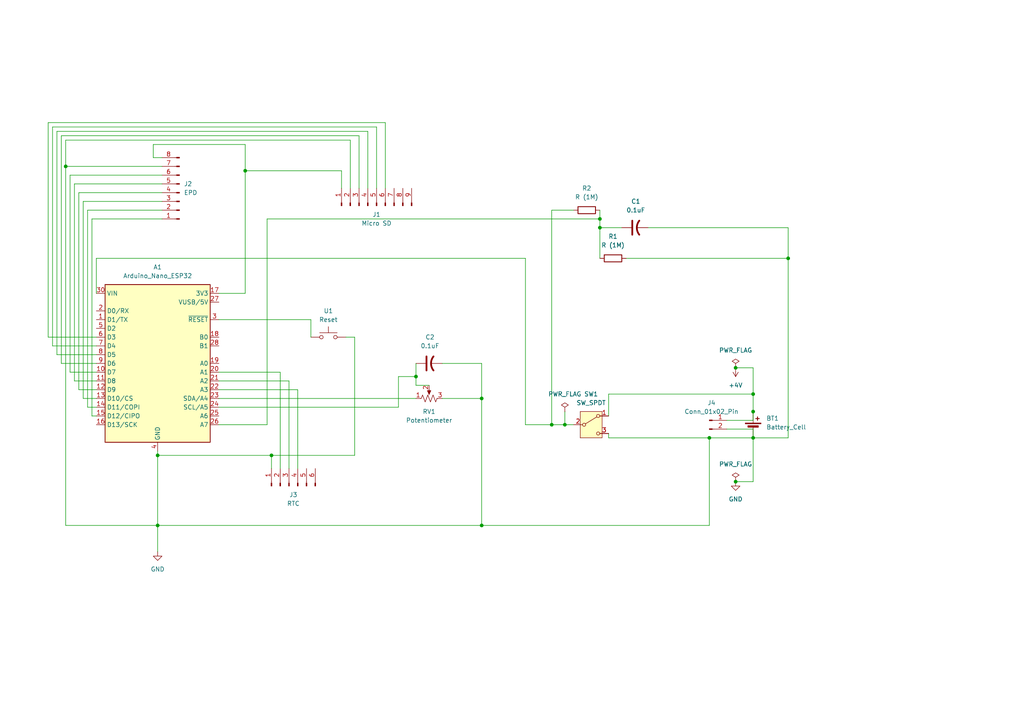
<source format=kicad_sch>
(kicad_sch (version 20250114) (generator "eeschema") (generator_version "9.0")
  (paper "A4")
  (lib_symbols
    (symbol "Connector:Conn_01x02_Pin" (pin_names (offset 1.016) (hide yes))
      (property "Reference" "J" (at 0 2.54 0))
      (property "Value" "Conn_01x02_Pin" (at 0 -5.08 0))
      (symbol "Conn_01x02_Pin_1_1"
        (rectangle (start 0.8636 0.127) (end 0 -0.127) (stroke (width 0.1524)) (fill (type outline)))
        (rectangle (start 0.8636 -2.413) (end 0 -2.667) (stroke (width 0.1524)) (fill (type outline)))
        (polyline (pts (xy 1.27 0) (xy 0.8636 0)) (stroke (width 0.1524)))
        (polyline (pts (xy 1.27 -2.54) (xy 0.8636 -2.54)) (stroke (width 0.1524)))
        (pin passive line (at 5.08 0 180) (length 3.81) (name "Pin_1") (number "1"))
        (pin passive line (at 5.08 -2.54 180) (length 3.81) (name "Pin_2") (number "2"))
      )
    )
    (symbol "Connector:Conn_01x06_Pin" (pin_names (offset 1.016) (hide yes))
      (property "Reference" "J" (at 0 7.62 0))
      (property "Value" "Conn_01x06_Pin" (at 0 -10.16 0))
      (symbol "Conn_01x06_Pin_1_1"
        (rectangle (start 0.8636 5.207) (end 0 4.953) (stroke (width 0.1524)) (fill (type outline)))
        (rectangle (start 0.8636 2.667) (end 0 2.413) (stroke (width 0.1524)) (fill (type outline)))
        (rectangle (start 0.8636 0.127) (end 0 -0.127) (stroke (width 0.1524)) (fill (type outline)))
        (rectangle (start 0.8636 -2.413) (end 0 -2.667) (stroke (width 0.1524)) (fill (type outline)))
        (rectangle (start 0.8636 -4.953) (end 0 -5.207) (stroke (width 0.1524)) (fill (type outline)))
        (rectangle (start 0.8636 -7.493) (end 0 -7.747) (stroke (width 0.1524)) (fill (type outline)))
        (polyline (pts (xy 1.27 5.08) (xy 0.8636 5.08)) (stroke (width 0.1524)))
        (polyline (pts (xy 1.27 2.54) (xy 0.8636 2.54)) (stroke (width 0.1524)))
        (polyline (pts (xy 1.27 0) (xy 0.8636 0)) (stroke (width 0.1524)))
        (polyline (pts (xy 1.27 -2.54) (xy 0.8636 -2.54)) (stroke (width 0.1524)))
        (polyline (pts (xy 1.27 -5.08) (xy 0.8636 -5.08)) (stroke (width 0.1524)))
        (polyline (pts (xy 1.27 -7.62) (xy 0.8636 -7.62)) (stroke (width 0.1524)))
        (pin passive line (at 5.08 5.08 180) (length 3.81) (name "Pin_1") (number "1"))
        (pin passive line (at 5.08 2.54 180) (length 3.81) (name "Pin_2") (number "2"))
        (pin passive line (at 5.08 0 180) (length 3.81) (name "Pin_3") (number "3"))
        (pin passive line (at 5.08 -2.54 180) (length 3.81) (name "Pin_4") (number "4"))
        (pin passive line (at 5.08 -5.08 180) (length 3.81) (name "Pin_5") (number "5"))
        (pin passive line (at 5.08 -7.62 180) (length 3.81) (name "Pin_6") (number "6"))
      )
    )
    (symbol "Connector:Conn_01x08_Pin" (pin_names (offset 1.016) (hide yes))
      (property "Reference" "J" (at 0 10.16 0))
      (property "Value" "Conn_01x08_Pin" (at 0 -12.7 0))
      (symbol "Conn_01x08_Pin_1_1"
        (rectangle (start 0.8636 7.747) (end 0 7.493) (stroke (width 0.1524)) (fill (type outline)))
        (rectangle (start 0.8636 5.207) (end 0 4.953) (stroke (width 0.1524)) (fill (type outline)))
        (rectangle (start 0.8636 2.667) (end 0 2.413) (stroke (width 0.1524)) (fill (type outline)))
        (rectangle (start 0.8636 0.127) (end 0 -0.127) (stroke (width 0.1524)) (fill (type outline)))
        (rectangle (start 0.8636 -2.413) (end 0 -2.667) (stroke (width 0.1524)) (fill (type outline)))
        (rectangle (start 0.8636 -4.953) (end 0 -5.207) (stroke (width 0.1524)) (fill (type outline)))
        (rectangle (start 0.8636 -7.493) (end 0 -7.747) (stroke (width 0.1524)) (fill (type outline)))
        (rectangle (start 0.8636 -10.033) (end 0 -10.287) (stroke (width 0.1524)) (fill (type outline)))
        (polyline (pts (xy 1.27 7.62) (xy 0.8636 7.62)) (stroke (width 0.1524)))
        (polyline (pts (xy 1.27 5.08) (xy 0.8636 5.08)) (stroke (width 0.1524)))
        (polyline (pts (xy 1.27 2.54) (xy 0.8636 2.54)) (stroke (width 0.1524)))
        (polyline (pts (xy 1.27 0) (xy 0.8636 0)) (stroke (width 0.1524)))
        (polyline (pts (xy 1.27 -2.54) (xy 0.8636 -2.54)) (stroke (width 0.1524)))
        (polyline (pts (xy 1.27 -5.08) (xy 0.8636 -5.08)) (stroke (width 0.1524)))
        (polyline (pts (xy 1.27 -7.62) (xy 0.8636 -7.62)) (stroke (width 0.1524)))
        (polyline (pts (xy 1.27 -10.16) (xy 0.8636 -10.16)) (stroke (width 0.1524)))
        (pin passive line (at 5.08 7.62 180) (length 3.81) (name "Pin_1") (number "1"))
        (pin passive line (at 5.08 5.08 180) (length 3.81) (name "Pin_2") (number "2"))
        (pin passive line (at 5.08 2.54 180) (length 3.81) (name "Pin_3") (number "3"))
        (pin passive line (at 5.08 0 180) (length 3.81) (name "Pin_4") (number "4"))
        (pin passive line (at 5.08 -2.54 180) (length 3.81) (name "Pin_5") (number "5"))
        (pin passive line (at 5.08 -5.08 180) (length 3.81) (name "Pin_6") (number "6"))
        (pin passive line (at 5.08 -7.62 180) (length 3.81) (name "Pin_7") (number "7"))
        (pin passive line (at 5.08 -10.16 180) (length 3.81) (name "Pin_8") (number "8"))
      )
    )
    (symbol "Connector:Conn_01x09_Pin" (pin_names (offset 1.016) (hide yes))
      (property "Reference" "J" (at 0 12.7 0))
      (property "Value" "Conn_01x09_Pin" (at 0 -12.7 0))
      (symbol "Conn_01x09_Pin_1_1"
        (rectangle (start 0.8636 10.287) (end 0 10.033) (stroke (width 0.1524)) (fill (type outline)))
        (rectangle (start 0.8636 7.747) (end 0 7.493) (stroke (width 0.1524)) (fill (type outline)))
        (rectangle (start 0.8636 5.207) (end 0 4.953) (stroke (width 0.1524)) (fill (type outline)))
        (rectangle (start 0.8636 2.667) (end 0 2.413) (stroke (width 0.1524)) (fill (type outline)))
        (rectangle (start 0.8636 0.127) (end 0 -0.127) (stroke (width 0.1524)) (fill (type outline)))
        (rectangle (start 0.8636 -2.413) (end 0 -2.667) (stroke (width 0.1524)) (fill (type outline)))
        (rectangle (start 0.8636 -4.953) (end 0 -5.207) (stroke (width 0.1524)) (fill (type outline)))
        (rectangle (start 0.8636 -7.493) (end 0 -7.747) (stroke (width 0.1524)) (fill (type outline)))
        (rectangle (start 0.8636 -10.033) (end 0 -10.287) (stroke (width 0.1524)) (fill (type outline)))
        (polyline (pts (xy 1.27 10.16) (xy 0.8636 10.16)) (stroke (width 0.1524)))
        (polyline (pts (xy 1.27 7.62) (xy 0.8636 7.62)) (stroke (width 0.1524)))
        (polyline (pts (xy 1.27 5.08) (xy 0.8636 5.08)) (stroke (width 0.1524)))
        (polyline (pts (xy 1.27 2.54) (xy 0.8636 2.54)) (stroke (width 0.1524)))
        (polyline (pts (xy 1.27 0) (xy 0.8636 0)) (stroke (width 0.1524)))
        (polyline (pts (xy 1.27 -2.54) (xy 0.8636 -2.54)) (stroke (width 0.1524)))
        (polyline (pts (xy 1.27 -5.08) (xy 0.8636 -5.08)) (stroke (width 0.1524)))
        (polyline (pts (xy 1.27 -7.62) (xy 0.8636 -7.62)) (stroke (width 0.1524)))
        (polyline (pts (xy 1.27 -10.16) (xy 0.8636 -10.16)) (stroke (width 0.1524)))
        (pin passive line (at 5.08 10.16 180) (length 3.81) (name "Pin_1") (number "1"))
        (pin passive line (at 5.08 7.62 180) (length 3.81) (name "Pin_2") (number "2"))
        (pin passive line (at 5.08 5.08 180) (length 3.81) (name "Pin_3") (number "3"))
        (pin passive line (at 5.08 2.54 180) (length 3.81) (name "Pin_4") (number "4"))
        (pin passive line (at 5.08 0 180) (length 3.81) (name "Pin_5") (number "5"))
        (pin passive line (at 5.08 -2.54 180) (length 3.81) (name "Pin_6") (number "6"))
        (pin passive line (at 5.08 -5.08 180) (length 3.81) (name "Pin_7") (number "7"))
        (pin passive line (at 5.08 -7.62 180) (length 3.81) (name "Pin_8") (number "8"))
        (pin passive line (at 5.08 -10.16 180) (length 3.81) (name "Pin_9") (number "9"))
      )
    )
    (symbol "Device:Battery_Cell" (pin_numbers (hide yes)) (pin_names (offset 0) (hide yes))
      (property "Reference" "BT" (at 2.54 2.54 0))
      (property "Value" "Battery_Cell" (at 2.54 0 0))
      (symbol "Battery_Cell_0_1"
        (rectangle (start -2.286 1.778) (end 2.286 1.524) (fill (type outline)))
        (rectangle (start -1.524 1.016) (end 1.524 0.508) (fill (type outline)))
        (polyline (pts (xy 0 1.778) (xy 0 2.54)))
        (polyline (pts (xy 0 0.762) (xy 0 0)))
        (polyline (pts (xy 0.762 3.048) (xy 1.778 3.048)) (stroke (width 0.254)))
        (polyline (pts (xy 1.27 3.556) (xy 1.27 2.54)) (stroke (width 0.254)))
      )
      (symbol "Battery_Cell_1_1"
        (pin passive line (at 0 5.08 270) (length 2.54) (name "+") (number "1"))
        (pin passive line (at 0 -2.54 90) (length 2.54) (name "-") (number "2"))
      )
    )
    (symbol "Device:C_US" (pin_numbers (hide yes)) (pin_names (offset 0.254) (hide yes))
      (property "Reference" "C" (at 0.635 2.54 0))
      (property "Value" "C_US" (at 0.635 -2.54 0))
      (symbol "C_US_0_1"
        (polyline (pts (xy -2.032 0.762) (xy 2.032 0.762)) (stroke (width 0.508)))
        (arc (start -2.032 -1.27) (mid 0 -0.5572) (end 2.032 -1.27) (stroke (width 0.508)))
      )
      (symbol "C_US_1_1"
        (pin passive line (at 0 3.81 270) (length 2.794) (name "~") (number "1"))
        (pin passive line (at 0 -3.81 90) (length 3.302) (name "~") (number "2"))
      )
    )
    (symbol "Device:R" (pin_numbers (hide yes)) (pin_names (offset 0))
      (property "Reference" "R" (at 2.032 0 90))
      (property "Value" "R" (at 0 0 90))
      (symbol "R_0_1"
        (rectangle (start -1.016 -2.54) (end 1.016 2.54) (stroke (width 0.254)))
      )
      (symbol "R_1_1"
        (pin passive line (at 0 3.81 270) (length 1.27) (name "~") (number "1"))
        (pin passive line (at 0 -3.81 90) (length 1.27) (name "~") (number "2"))
      )
    )
    (symbol "Device:R_Potentiometer_US" (pin_names (offset 1.016) (hide yes))
      (property "Reference" "RV" (at -4.445 0 90))
      (property "Value" "R_Potentiometer_US" (at -2.54 0 90))
      (symbol "R_Potentiometer_US_0_1"
        (polyline (pts (xy 0 2.54) (xy 0 2.286)))
        (polyline (pts (xy 0 2.286) (xy 1.016 1.905) (xy 0 1.524) (xy -1.016 1.143) (xy 0 0.762)))
        (polyline (pts (xy 0 0.762) (xy 1.016 0.381) (xy 0 0) (xy -1.016 -0.381) (xy 0 -0.762)))
        (polyline (pts (xy 0 -0.762) (xy 1.016 -1.143) (xy 0 -1.524) (xy -1.016 -1.905) (xy 0 -2.286)))
        (polyline (pts (xy 0 -2.286) (xy 0 -2.54)))
        (polyline (pts (xy 1.143 0) (xy 2.286 0.508) (xy 2.286 -0.508) (xy 1.143 0)) (fill (type outline)))
        (polyline (pts (xy 2.54 0) (xy 1.524 0)))
      )
      (symbol "R_Potentiometer_US_1_1"
        (pin passive line (at 0 3.81 270) (length 1.27) (name "1") (number "1"))
        (pin passive line (at 0 -3.81 90) (length 1.27) (name "3") (number "3"))
        (pin passive line (at 3.81 0 180) (length 1.27) (name "2") (number "2"))
      )
    )
    (symbol "MCU_Module:Arduino_Nano_ESP32"
      (property "Reference" "A" (at -14.986 23.622 0))
      (property "Value" "Arduino_Nano_ESP32" (at 3.81 -25.654 0))
      (symbol "Arduino_Nano_ESP32_0_1"
        (rectangle (start -15.24 22.86) (end 15.24 -22.86) (stroke (width 0.254)) (fill (type background)))
      )
      (symbol "Arduino_Nano_ESP32_1_1"
        (pin power_in line (at -17.78 20.32 0) (length 2.54) (name "VIN") (number "30"))
        (pin bidirectional line (at -17.78 15.24 0) (length 2.54) (name "D0/RX") (number "2"))
        (pin bidirectional line (at -17.78 12.7 0) (length 2.54) (name "D1/TX") (number "1"))
        (pin bidirectional line (at -17.78 10.16 0) (length 2.54) (name "D2") (number "5"))
        (pin bidirectional line (at -17.78 7.62 0) (length 2.54) (name "D3") (number "6"))
        (pin bidirectional line (at -17.78 5.08 0) (length 2.54) (name "D4") (number "7"))
        (pin bidirectional line (at -17.78 2.54 0) (length 2.54) (name "D5") (number "8"))
        (pin bidirectional line (at -17.78 0 0) (length 2.54) (name "D6") (number "9"))
        (pin bidirectional line (at -17.78 -2.54 0) (length 2.54) (name "D7") (number "10"))
        (pin bidirectional line (at -17.78 -5.08 0) (length 2.54) (name "D8") (number "11"))
        (pin bidirectional line (at -17.78 -7.62 0) (length 2.54) (name "D9") (number "12"))
        (pin bidirectional line (at -17.78 -10.16 0) (length 2.54) (name "D10/CS") (number "13"))
        (pin bidirectional line (at -17.78 -12.7 0) (length 2.54) (name "D11/COPI") (number "14"))
        (pin bidirectional line (at -17.78 -15.24 0) (length 2.54) (name "D12/CIPO") (number "15"))
        (pin bidirectional line (at -17.78 -17.78 0) (length 2.54) (name "D13/SCK") (number "16"))
        (pin passive line (at 0 -25.4 90) (length 2.54) (hide yes) (name "GND") (number "29"))
        (pin power_in line (at 0 -25.4 90) (length 2.54) (name "GND") (number "4"))
        (pin power_out line (at 17.78 20.32 180) (length 2.54) (name "3V3") (number "17"))
        (pin power_out line (at 17.78 17.78 180) (length 2.54) (name "VUSB/5V") (number "27"))
        (pin input line (at 17.78 12.7 180) (length 2.54) (name "~{RESET}") (number "3"))
        (pin bidirectional line (at 17.78 7.62 180) (length 2.54) (name "B0") (number "18"))
        (pin bidirectional line (at 17.78 5.08 180) (length 2.54) (name "B1") (number "28"))
        (pin bidirectional line (at 17.78 0 180) (length 2.54) (name "A0") (number "19"))
        (pin bidirectional line (at 17.78 -2.54 180) (length 2.54) (name "A1") (number "20"))
        (pin bidirectional line (at 17.78 -5.08 180) (length 2.54) (name "A2") (number "21"))
        (pin bidirectional line (at 17.78 -7.62 180) (length 2.54) (name "A3") (number "22"))
        (pin bidirectional line (at 17.78 -10.16 180) (length 2.54) (name "SDA/A4") (number "23"))
        (pin bidirectional line (at 17.78 -12.7 180) (length 2.54) (name "SCL/A5") (number "24"))
        (pin bidirectional line (at 17.78 -15.24 180) (length 2.54) (name "A6") (number "25"))
        (pin bidirectional line (at 17.78 -17.78 180) (length 2.54) (name "A7") (number "26"))
      )
    )
    (symbol "Switch:SW_Push" (pin_numbers (hide yes)) (pin_names (offset 1.016) (hide yes))
      (property "Reference" "SW" (at 1.27 2.54 0))
      (property "Value" "SW_Push" (at 0 -1.524 0))
      (symbol "SW_Push_0_1"
        (circle (center -2.032 0) (radius 0.508))
        (polyline (pts (xy 0 1.27) (xy 0 3.048)))
        (circle (center 2.032 0) (radius 0.508))
        (polyline (pts (xy 2.54 1.27) (xy -2.54 1.27)))
        (pin passive line (at -5.08 0 0) (length 2.54) (name "1") (number "1"))
        (pin passive line (at 5.08 0 180) (length 2.54) (name "2") (number "2"))
      )
    )
    (symbol "Switch:SW_SPDT" (pin_names (offset 0) (hide yes))
      (property "Reference" "SW" (at 0 5.08 0))
      (property "Value" "SW_SPDT" (at 0 -5.08 0))
      (symbol "SW_SPDT_0_1"
        (circle (center -2.032 0) (radius 0.4572))
        (polyline (pts (xy -1.651 0.254) (xy 1.651 2.286)))
        (circle (center 2.032 2.54) (radius 0.4572))
        (circle (center 2.032 -2.54) (radius 0.4572))
      )
      (symbol "SW_SPDT_1_1"
        (rectangle (start -3.175 3.81) (end 3.175 -3.81) (fill (type background)))
        (pin passive line (at -5.08 0 0) (length 2.54) (name "B") (number "2"))
        (pin passive line (at 5.08 2.54 180) (length 2.54) (name "A") (number "1"))
        (pin passive line (at 5.08 -2.54 180) (length 2.54) (name "C") (number "3"))
      )
    )
    (symbol "power:+4V" (power) (pin_numbers (hide yes)) (pin_names (offset 0) (hide yes))
      (property "Value" "+4V" (at 0 3.556 0))
      (symbol "+4V_0_1"
        (polyline (pts (xy -0.762 1.27) (xy 0 2.54)))
        (polyline (pts (xy 0 2.54) (xy 0.762 1.27)))
        (polyline (pts (xy 0 0) (xy 0 2.54)))
      )
      (symbol "+4V_1_1"
        (pin power_in line (at 0 0 90) (length 0) (name "~") (number "1"))
      )
    )
    (symbol "power:GND" (power) (pin_numbers (hide yes)) (pin_names (offset 0) (hide yes))
      (property "Value" "GND" (at 0 -3.81 0))
      (symbol "GND_0_1"
        (polyline (pts (xy 0 0) (xy 0 -1.27) (xy 1.27 -1.27) (xy 0 -2.54) (xy -1.27 -1.27) (xy 0 -1.27)))
      )
      (symbol "GND_1_1"
        (pin power_in line (at 0 0 270) (length 0) (name "~") (number "1"))
      )
    )
    (symbol "power:PWR_FLAG" (power) (pin_numbers (hide yes)) (pin_names (offset 0) (hide yes))
      (property "Value" "PWR_FLAG" (at 0 3.81 0))
      (symbol "PWR_FLAG_0_0"
        (pin power_out line (at 0 0 90) (length 0) (name "~") (number "1"))
      )
      (symbol "PWR_FLAG_0_1"
        (polyline (pts (xy 0 0) (xy 0 1.27) (xy -1.016 1.905) (xy 0 2.54) (xy 1.016 1.905) (xy 0 1.27)))
      )
    )
  )
  (junction (at 71.12 49.53))
  (junction (at 205.74 127))
  (junction (at 228.6 74.93))
  (junction (at 45.72 132.08))
  (junction (at 213.36 139.7))
  (junction (at 213.36 106.68))
  (junction (at 173.99 66.04))
  (junction (at 218.44 127))
  (junction (at 45.72 152.4))
  (junction (at 218.44 119.38))
  (junction (at 173.99 63.5))
  (junction (at 139.7 115.57))
  (junction (at 78.74 132.08))
  (junction (at 120.65 109.22))
  (junction (at 19.05 48.26))
  (junction (at 139.7 152.4))
  (junction (at 163.83 123.19))
  (junction (at 160.02 123.19))
  (junction (at 218.44 114.3))
  (wire (pts (xy 77.47 123.19) (xy 77.47 63.5)))
  (wire (pts (xy 71.12 41.91) (xy 71.12 49.53)))
  (wire (pts (xy 63.5 115.57) (xy 120.65 115.57)))
  (wire (pts (xy 101.6 40.64) (xy 19.05 40.64)))
  (wire (pts (xy 109.22 54.61) (xy 109.22 36.83)))
  (wire (pts (xy 44.45 41.91) (xy 71.12 41.91)))
  (wire (pts (xy 218.44 106.68) (xy 213.36 106.68)))
  (wire (pts (xy 160.02 123.19) (xy 163.83 123.19)))
  (wire (pts (xy 45.72 130.81) (xy 45.72 132.08)))
  (wire (pts (xy 106.68 54.61) (xy 106.68 38.1)))
  (wire (pts (xy 45.72 152.4) (xy 45.72 160.02)))
  (wire (pts (xy 218.44 114.3) (xy 218.44 119.38)))
  (wire (pts (xy 26.67 120.65) (xy 27.94 120.65)))
  (wire (pts (xy 111.76 54.61) (xy 111.76 35.56)))
  (wire (pts (xy 27.94 85.09) (xy 27.94 74.93)))
  (wire (pts (xy 63.5 123.19) (xy 77.47 123.19)))
  (wire (pts (xy 13.97 35.56) (xy 13.97 97.79)))
  (wire (pts (xy 81.28 107.95) (xy 81.28 135.89)))
  (wire (pts (xy 228.6 66.04) (xy 228.6 74.93)))
  (wire (pts (xy 176.53 127) (xy 205.74 127)))
  (wire (pts (xy 86.36 113.03) (xy 86.36 135.89)))
  (wire (pts (xy 46.99 50.8) (xy 20.32 50.8)))
  (wire (pts (xy 139.7 115.57) (xy 139.7 152.4)))
  (wire (pts (xy 17.78 39.37) (xy 104.14 39.37)))
  (wire (pts (xy 106.68 38.1) (xy 16.51 38.1)))
  (wire (pts (xy 46.99 53.34) (xy 21.59 53.34)))
  (wire (pts (xy 139.7 152.4) (xy 205.74 152.4)))
  (wire (pts (xy 25.4 60.96) (xy 25.4 118.11)))
  (wire (pts (xy 24.13 58.42) (xy 24.13 115.57)))
  (wire (pts (xy 218.44 106.68) (xy 218.44 114.3)))
  (wire (pts (xy 205.74 127) (xy 205.74 152.4)))
  (wire (pts (xy 152.4 74.93) (xy 152.4 123.19)))
  (wire (pts (xy 15.24 100.33) (xy 27.94 100.33)))
  (wire (pts (xy 102.87 97.79) (xy 102.87 132.08)))
  (wire (pts (xy 27.94 105.41) (xy 17.78 105.41)))
  (wire (pts (xy 90.17 92.71) (xy 90.17 97.79)))
  (wire (pts (xy 128.27 105.41) (xy 139.7 105.41)))
  (wire (pts (xy 104.14 39.37) (xy 104.14 54.61)))
  (wire (pts (xy 228.6 127) (xy 218.44 127)))
  (wire (pts (xy 176.53 127) (xy 176.53 125.73)))
  (wire (pts (xy 101.6 54.61) (xy 101.6 40.64)))
  (wire (pts (xy 205.74 127) (xy 218.44 127)))
  (wire (pts (xy 83.82 110.49) (xy 83.82 135.89)))
  (wire (pts (xy 120.65 109.22) (xy 120.65 111.76)))
  (wire (pts (xy 21.59 53.34) (xy 21.59 110.49)))
  (wire (pts (xy 152.4 123.19) (xy 160.02 123.19)))
  (wire (pts (xy 218.44 121.92) (xy 218.44 119.38)))
  (wire (pts (xy 120.65 111.76) (xy 124.46 111.76)))
  (wire (pts (xy 25.4 118.11) (xy 27.94 118.11)))
  (wire (pts (xy 19.05 40.64) (xy 19.05 48.26)))
  (wire (pts (xy 45.72 152.4) (xy 139.7 152.4)))
  (wire (pts (xy 63.5 92.71) (xy 90.17 92.71)))
  (wire (pts (xy 22.86 55.88) (xy 22.86 113.03)))
  (wire (pts (xy 120.65 105.41) (xy 120.65 109.22)))
  (wire (pts (xy 210.82 121.92) (xy 218.44 121.92)))
  (wire (pts (xy 163.83 119.38) (xy 163.83 123.19)))
  (wire (pts (xy 26.67 63.5) (xy 26.67 120.65)))
  (wire (pts (xy 213.36 139.7) (xy 218.44 139.7)))
  (wire (pts (xy 24.13 115.57) (xy 27.94 115.57)))
  (wire (pts (xy 46.99 60.96) (xy 25.4 60.96)))
  (wire (pts (xy 46.99 48.26) (xy 19.05 48.26)))
  (wire (pts (xy 99.06 54.61) (xy 99.06 49.53)))
  (wire (pts (xy 128.27 115.57) (xy 139.7 115.57)))
  (wire (pts (xy 17.78 105.41) (xy 17.78 39.37)))
  (wire (pts (xy 63.5 110.49) (xy 83.82 110.49)))
  (wire (pts (xy 218.44 139.7) (xy 218.44 127)))
  (wire (pts (xy 19.05 48.26) (xy 19.05 152.4)))
  (wire (pts (xy 77.47 63.5) (xy 173.99 63.5)))
  (wire (pts (xy 44.45 45.72) (xy 44.45 41.91)))
  (wire (pts (xy 45.72 132.08) (xy 78.74 132.08)))
  (wire (pts (xy 71.12 49.53) (xy 99.06 49.53)))
  (wire (pts (xy 15.24 36.83) (xy 15.24 100.33)))
  (wire (pts (xy 115.57 118.11) (xy 115.57 109.22)))
  (wire (pts (xy 111.76 35.56) (xy 13.97 35.56)))
  (wire (pts (xy 21.59 110.49) (xy 27.94 110.49)))
  (wire (pts (xy 187.96 66.04) (xy 228.6 66.04)))
  (wire (pts (xy 160.02 60.96) (xy 160.02 123.19)))
  (wire (pts (xy 71.12 49.53) (xy 71.12 85.09)))
  (wire (pts (xy 20.32 107.95) (xy 27.94 107.95)))
  (wire (pts (xy 102.87 132.08) (xy 78.74 132.08)))
  (wire (pts (xy 20.32 50.8) (xy 20.32 107.95)))
  (wire (pts (xy 13.97 97.79) (xy 27.94 97.79)))
  (wire (pts (xy 16.51 102.87) (xy 27.94 102.87)))
  (wire (pts (xy 181.61 74.93) (xy 228.6 74.93)))
  (wire (pts (xy 109.22 36.83) (xy 15.24 36.83)))
  (wire (pts (xy 46.99 45.72) (xy 44.45 45.72)))
  (wire (pts (xy 63.5 118.11) (xy 115.57 118.11)))
  (wire (pts (xy 228.6 74.93) (xy 228.6 127)))
  (wire (pts (xy 63.5 107.95) (xy 81.28 107.95)))
  (wire (pts (xy 16.51 38.1) (xy 16.51 102.87)))
  (wire (pts (xy 210.82 124.46) (xy 218.44 124.46)))
  (wire (pts (xy 19.05 152.4) (xy 45.72 152.4)))
  (wire (pts (xy 173.99 63.5) (xy 173.99 66.04)))
  (wire (pts (xy 78.74 132.08) (xy 78.74 135.89)))
  (wire (pts (xy 27.94 74.93) (xy 152.4 74.93)))
  (wire (pts (xy 139.7 105.41) (xy 139.7 115.57)))
  (wire (pts (xy 115.57 109.22) (xy 120.65 109.22)))
  (wire (pts (xy 163.83 123.19) (xy 166.37 123.19)))
  (wire (pts (xy 176.53 114.3) (xy 176.53 120.65)))
  (wire (pts (xy 46.99 55.88) (xy 22.86 55.88)))
  (wire (pts (xy 46.99 63.5) (xy 26.67 63.5)))
  (wire (pts (xy 218.44 114.3) (xy 176.53 114.3)))
  (wire (pts (xy 218.44 124.46) (xy 218.44 127)))
  (wire (pts (xy 63.5 85.09) (xy 71.12 85.09)))
  (wire (pts (xy 63.5 113.03) (xy 86.36 113.03)))
  (wire (pts (xy 166.37 60.96) (xy 160.02 60.96)))
  (wire (pts (xy 173.99 60.96) (xy 173.99 63.5)))
  (wire (pts (xy 100.33 97.79) (xy 102.87 97.79)))
  (wire (pts (xy 173.99 66.04) (xy 173.99 74.93)))
  (wire (pts (xy 180.34 66.04) (xy 173.99 66.04)))
  (wire (pts (xy 22.86 113.03) (xy 27.94 113.03)))
  (wire (pts (xy 46.99 58.42) (xy 24.13 58.42)))
  (wire (pts (xy 45.72 132.08) (xy 45.72 152.4)))
  (symbol (lib_id "Device:R") (at 170.18 60.96 90) (unit 1)
    (property "Reference" "R2" (at 170.18 54.61 90))
    (property "Value" "R (1M)" (at 170.18 57.15 90))
    (property "Footprint" "Resistor_THT:R_Axial_DIN0207_L6.3mm_D2.5mm_P7.62mm_Horizontal" (effects (hide yes)))
    (property "Description" "Resistor" (effects (hide yes)))
  )
  (symbol (lib_id "Switch:SW_SPDT") (at 171.45 123.19 0) (unit 1)
    (property "Reference" "SW1" (at 171.45 114.3 0))
    (property "Value" "SW_SPDT" (at 171.45 116.84 0))
    (property "Footprint" "Button_Switch_THT:SW_Slide-03_Wuerth-WS-SLTV_10x2.5x6.4_P2.54mm" (effects (hide yes)))
    (property "Description" "Switch, single pole double throw" (effects (hide yes)))
  )
  (symbol (lib_id "Switch:SW_Push") (at 95.25 97.79 0) (unit 1)
    (property "Reference" "U1" (at 95.25 90.17 0))
    (property "Value" "Reset" (at 95.25 92.71 0))
    (property "Footprint" "Button_Switch_THT:SW_Push_2P1T_Toggle_CK_PVA1xxH1xxxxxxV2" (effects (hide yes)))
    (property "Description" "Push button switch, generic, two pins" (effects (hide yes)))
  )
  (symbol (lib_id "Device:C_US") (at 184.15 66.04 90) (unit 1)
    (property "Reference" "C1" (at 184.404 58.42 90))
    (property "Value" "0.1uF" (at 184.404 60.96 90))
    (property "Footprint" "Capacitor_THT:CP_Radial_D4.0mm_P1.50mm" (effects (hide yes)))
    (property "Description" "capacitor, US symbol" (effects (hide yes)))
  )
  (symbol (lib_id "Device:Battery_Cell") (at 218.44 124.46 0) (unit 1)
    (property "Reference" "BT1" (at 222.25 121.3484 0) (effects (justify left)))
    (property "Value" "Battery_Cell" (at 222.25 123.8884 0) (effects (justify left)))
    (property "Footprint" "Connector_JST:JST_PH_B2B-PH-K_1x02_P2.00mm_Vertical" (effects (hide yes)))
    (property "Description" "Single-cell battery" (effects (hide yes)))
  )
  (symbol (lib_id "Connector:Conn_01x08_Pin") (at 52.07 55.88 180) (unit 1)
    (property "Reference" "J2" (at 53.34 53.3399 0) (effects (justify right)))
    (property "Value" "EPD" (at 53.34 55.8799 0) (effects (justify right)))
    (property "Footprint" "Connector_PinHeader_2.54mm:PinHeader_1x08_P2.54mm_Vertical" (effects (hide yes)))
    (property "Description" "Generic connector, single row, 01x08, script generated" (effects (hide yes)))
  )
  (symbol (lib_id "Device:C_US") (at 124.46 105.41 90) (unit 1)
    (property "Reference" "C2" (at 124.714 97.79 90))
    (property "Value" "0.1uF" (at 124.714 100.33 90))
    (property "Footprint" "Capacitor_THT:CP_Radial_D4.0mm_P1.50mm" (effects (hide yes)))
    (property "Description" "capacitor, US symbol" (effects (hide yes)))
  )
  (symbol (lib_id "Device:R_Potentiometer_US") (at 124.46 115.57 90) (unit 1)
    (property "Reference" "RV1" (at 124.46 119.38 90))
    (property "Value" "Potentiometer" (at 124.46 121.92 90))
    (property "Footprint" "Potentiometer_THT:Potentiometer_Omeg_PC16BU_Vertical" (effects (hide yes)))
    (property "Description" "Potentiometer, US symbol" (effects (hide yes)))
  )
  (symbol (lib_id "power:+4V") (at 213.36 106.68 180) (unit 1)
    (property "Reference" "#PWR03" (effects (hide yes)))
    (property "Value" "+4V" (at 213.36 111.76 0))
    (property "Description" "Power symbol creates a global label with name \"+4V\"" (effects (hide yes)))
  )
  (symbol (lib_id "Device:R") (at 177.8 74.93 90) (unit 1)
    (property "Reference" "R1" (at 177.8 68.58 90))
    (property "Value" "R (1M)" (at 177.8 71.12 90))
    (property "Footprint" "Resistor_THT:R_Axial_DIN0207_L6.3mm_D2.5mm_P7.62mm_Horizontal" (effects (hide yes)))
    (property "Description" "Resistor" (effects (hide yes)))
  )
  (symbol (lib_id "MCU_Module:Arduino_Nano_ESP32") (at 45.72 105.41 0) (unit 1)
    (property "Reference" "A1" (at 45.72 77.47 0))
    (property "Value" "Arduino_Nano_ESP32" (at 45.72 80.01 0))
    (property "Footprint" "Module:Arduino_Nano" (effects (hide yes)))
    (property "Datasheet" "https://docs.arduino.cc/resources/datasheets/ABX00083-datasheet.pdf" (effects (hide yes)))
    (property "Description" "Arduino Nano board based on the ESP32-S3 with a dual-core 240 MHz processor, 384 kB ROM, 512 kB SRAM. Operates at 3.3V, with 5V USB-C® input and 6-21V VIN. Features Wi-Fi®, Bluetooth® LE, digital and analog pins, and supports SPI, I2C, UART, I2S, and CAN." (effects (hide yes)))
  )
  (symbol (lib_id "power:PWR_FLAG") (at 163.83 119.38 0) (unit 1)
    (property "Reference" "#FLG02" (effects (hide yes)))
    (property "Value" "PWR_FLAG" (at 163.83 114.3 0))
    (property "Description" "Special symbol for telling ERC where power comes from" (effects (hide yes)))
  )
  (symbol (lib_id "power:GND") (at 213.36 139.7 0) (unit 1)
    (property "Reference" "#PWR01" (effects (hide yes)))
    (property "Value" "GND" (at 213.36 144.78 0))
    (property "Description" "Power symbol creates a global label with name \"GND\" , ground" (effects (hide yes)))
  )
  (symbol (lib_id "power:PWR_FLAG") (at 213.36 139.7 0) (unit 1)
    (property "Reference" "#FLG03" (effects (hide yes)))
    (property "Value" "PWR_FLAG" (at 213.36 134.62 0))
    (property "Description" "Special symbol for telling ERC where power comes from" (effects (hide yes)))
  )
  (symbol (lib_id "power:PWR_FLAG") (at 213.36 106.68 0) (unit 1)
    (property "Reference" "#FLG01" (effects (hide yes)))
    (property "Value" "PWR_FLAG" (at 213.36 101.6 0))
    (property "Description" "Special symbol for telling ERC where power comes from" (effects (hide yes)))
  )
  (symbol (lib_id "power:GND") (at 45.72 160.02 0) (unit 1)
    (property "Reference" "#PWR02" (effects (hide yes)))
    (property "Value" "GND" (at 45.72 165.1 0))
    (property "Description" "Power symbol creates a global label with name \"GND\" , ground" (effects (hide yes)))
  )
  (symbol (lib_id "Connector:Conn_01x06_Pin") (at 83.82 140.97 90) (unit 1)
    (property "Reference" "J3" (at 85.09 143.51 90))
    (property "Value" "RTC" (at 85.09 146.05 90))
    (property "Footprint" "Connector_PinHeader_2.54mm:PinHeader_1x06_P2.54mm_Vertical" (effects (hide yes)))
    (property "Description" "Generic connector, single row, 01x06, script generated" (effects (hide yes)))
  )
  (symbol (lib_id "Connector:Conn_01x09_Pin") (at 109.22 59.69 90) (unit 1)
    (property "Reference" "J1" (at 109.22 62.23 90))
    (property "Value" "Micro SD" (at 109.22 64.77 90))
    (property "Footprint" "Connector_PinHeader_2.54mm:PinHeader_1x09_P2.54mm_Vertical" (effects (hide yes)))
    (property "Description" "Generic connector, single row, 01x09, script generated" (effects (hide yes)))
  )
  (symbol (lib_id "Connector:Conn_01x02_Pin") (at 205.74 121.92 0) (unit 1)
    (property "Reference" "J4" (at 206.375 116.84 0))
    (property "Value" "Conn_01x02_Pin" (at 206.375 119.38 0))
    (property "Footprint" "Connector_PinSocket_2.54mm:PinSocket_1x02_P2.54mm_Horizontal" (effects (hide yes)))
    (property "Description" "Generic connector, single row, 01x02, script generated" (effects (hide yes)))
  )
)
</source>
